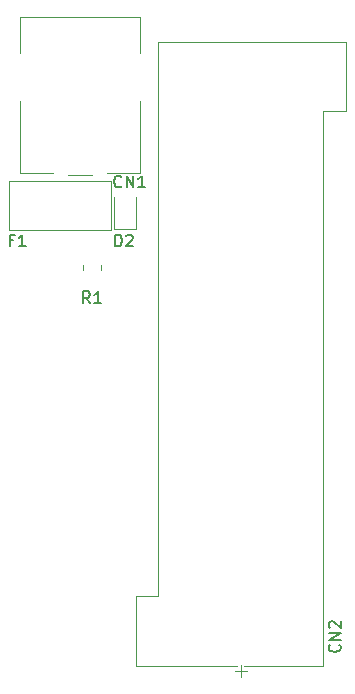
<source format=gbr>
%TF.GenerationSoftware,KiCad,Pcbnew,9.0.2*%
%TF.CreationDate,2025-06-25T22:40:44-04:00*%
%TF.ProjectId,NK_BMS,4e4b5f42-4d53-42e6-9b69-6361645f7063,rev?*%
%TF.SameCoordinates,Original*%
%TF.FileFunction,Legend,Top*%
%TF.FilePolarity,Positive*%
%FSLAX46Y46*%
G04 Gerber Fmt 4.6, Leading zero omitted, Abs format (unit mm)*
G04 Created by KiCad (PCBNEW 9.0.2) date 2025-06-25 22:40:44*
%MOMM*%
%LPD*%
G01*
G04 APERTURE LIST*
%ADD10C,0.150000*%
%ADD11C,0.120000*%
G04 APERTURE END LIST*
D10*
X130461905Y-85354819D02*
X130461905Y-84354819D01*
X130461905Y-84354819D02*
X130700000Y-84354819D01*
X130700000Y-84354819D02*
X130842857Y-84402438D01*
X130842857Y-84402438D02*
X130938095Y-84497676D01*
X130938095Y-84497676D02*
X130985714Y-84592914D01*
X130985714Y-84592914D02*
X131033333Y-84783390D01*
X131033333Y-84783390D02*
X131033333Y-84926247D01*
X131033333Y-84926247D02*
X130985714Y-85116723D01*
X130985714Y-85116723D02*
X130938095Y-85211961D01*
X130938095Y-85211961D02*
X130842857Y-85307200D01*
X130842857Y-85307200D02*
X130700000Y-85354819D01*
X130700000Y-85354819D02*
X130461905Y-85354819D01*
X131414286Y-84450057D02*
X131461905Y-84402438D01*
X131461905Y-84402438D02*
X131557143Y-84354819D01*
X131557143Y-84354819D02*
X131795238Y-84354819D01*
X131795238Y-84354819D02*
X131890476Y-84402438D01*
X131890476Y-84402438D02*
X131938095Y-84450057D01*
X131938095Y-84450057D02*
X131985714Y-84545295D01*
X131985714Y-84545295D02*
X131985714Y-84640533D01*
X131985714Y-84640533D02*
X131938095Y-84783390D01*
X131938095Y-84783390D02*
X131366667Y-85354819D01*
X131366667Y-85354819D02*
X131985714Y-85354819D01*
X121866666Y-84831009D02*
X121533333Y-84831009D01*
X121533333Y-85354819D02*
X121533333Y-84354819D01*
X121533333Y-84354819D02*
X122009523Y-84354819D01*
X122914285Y-85354819D02*
X122342857Y-85354819D01*
X122628571Y-85354819D02*
X122628571Y-84354819D01*
X122628571Y-84354819D02*
X122533333Y-84497676D01*
X122533333Y-84497676D02*
X122438095Y-84592914D01*
X122438095Y-84592914D02*
X122342857Y-84640533D01*
X149459580Y-119072976D02*
X149507200Y-119120595D01*
X149507200Y-119120595D02*
X149554819Y-119263452D01*
X149554819Y-119263452D02*
X149554819Y-119358690D01*
X149554819Y-119358690D02*
X149507200Y-119501547D01*
X149507200Y-119501547D02*
X149411961Y-119596785D01*
X149411961Y-119596785D02*
X149316723Y-119644404D01*
X149316723Y-119644404D02*
X149126247Y-119692023D01*
X149126247Y-119692023D02*
X148983390Y-119692023D01*
X148983390Y-119692023D02*
X148792914Y-119644404D01*
X148792914Y-119644404D02*
X148697676Y-119596785D01*
X148697676Y-119596785D02*
X148602438Y-119501547D01*
X148602438Y-119501547D02*
X148554819Y-119358690D01*
X148554819Y-119358690D02*
X148554819Y-119263452D01*
X148554819Y-119263452D02*
X148602438Y-119120595D01*
X148602438Y-119120595D02*
X148650057Y-119072976D01*
X149554819Y-118644404D02*
X148554819Y-118644404D01*
X148554819Y-118644404D02*
X149554819Y-118072976D01*
X149554819Y-118072976D02*
X148554819Y-118072976D01*
X148650057Y-117644404D02*
X148602438Y-117596785D01*
X148602438Y-117596785D02*
X148554819Y-117501547D01*
X148554819Y-117501547D02*
X148554819Y-117263452D01*
X148554819Y-117263452D02*
X148602438Y-117168214D01*
X148602438Y-117168214D02*
X148650057Y-117120595D01*
X148650057Y-117120595D02*
X148745295Y-117072976D01*
X148745295Y-117072976D02*
X148840533Y-117072976D01*
X148840533Y-117072976D02*
X148983390Y-117120595D01*
X148983390Y-117120595D02*
X149554819Y-117692023D01*
X149554819Y-117692023D02*
X149554819Y-117072976D01*
X131009523Y-80259580D02*
X130961904Y-80307200D01*
X130961904Y-80307200D02*
X130819047Y-80354819D01*
X130819047Y-80354819D02*
X130723809Y-80354819D01*
X130723809Y-80354819D02*
X130580952Y-80307200D01*
X130580952Y-80307200D02*
X130485714Y-80211961D01*
X130485714Y-80211961D02*
X130438095Y-80116723D01*
X130438095Y-80116723D02*
X130390476Y-79926247D01*
X130390476Y-79926247D02*
X130390476Y-79783390D01*
X130390476Y-79783390D02*
X130438095Y-79592914D01*
X130438095Y-79592914D02*
X130485714Y-79497676D01*
X130485714Y-79497676D02*
X130580952Y-79402438D01*
X130580952Y-79402438D02*
X130723809Y-79354819D01*
X130723809Y-79354819D02*
X130819047Y-79354819D01*
X130819047Y-79354819D02*
X130961904Y-79402438D01*
X130961904Y-79402438D02*
X131009523Y-79450057D01*
X131438095Y-80354819D02*
X131438095Y-79354819D01*
X131438095Y-79354819D02*
X132009523Y-80354819D01*
X132009523Y-80354819D02*
X132009523Y-79354819D01*
X133009523Y-80354819D02*
X132438095Y-80354819D01*
X132723809Y-80354819D02*
X132723809Y-79354819D01*
X132723809Y-79354819D02*
X132628571Y-79497676D01*
X132628571Y-79497676D02*
X132533333Y-79592914D01*
X132533333Y-79592914D02*
X132438095Y-79640533D01*
X128333333Y-90154819D02*
X128000000Y-89678628D01*
X127761905Y-90154819D02*
X127761905Y-89154819D01*
X127761905Y-89154819D02*
X128142857Y-89154819D01*
X128142857Y-89154819D02*
X128238095Y-89202438D01*
X128238095Y-89202438D02*
X128285714Y-89250057D01*
X128285714Y-89250057D02*
X128333333Y-89345295D01*
X128333333Y-89345295D02*
X128333333Y-89488152D01*
X128333333Y-89488152D02*
X128285714Y-89583390D01*
X128285714Y-89583390D02*
X128238095Y-89631009D01*
X128238095Y-89631009D02*
X128142857Y-89678628D01*
X128142857Y-89678628D02*
X127761905Y-89678628D01*
X129285714Y-90154819D02*
X128714286Y-90154819D01*
X129000000Y-90154819D02*
X129000000Y-89154819D01*
X129000000Y-89154819D02*
X128904762Y-89297676D01*
X128904762Y-89297676D02*
X128809524Y-89392914D01*
X128809524Y-89392914D02*
X128714286Y-89440533D01*
D11*
%TO.C,D2*%
X132260000Y-83885000D02*
X132260000Y-81200000D01*
X130340000Y-83885000D02*
X132260000Y-83885000D01*
X130340000Y-81200000D02*
X130340000Y-83885000D01*
%TO.C,F1*%
X121500000Y-79850000D02*
X121500000Y-83950000D01*
X121500000Y-79850000D02*
X130100000Y-79850000D01*
X121500000Y-83950000D02*
X130100000Y-83950000D01*
X130100000Y-79850000D02*
X130100000Y-83950000D01*
%TO.C,CN2*%
X132200000Y-114952500D02*
X132200000Y-120832500D01*
X132200000Y-114952500D02*
X134100000Y-114952500D01*
X134100000Y-68032500D02*
X134100000Y-114952500D01*
X134100000Y-68032500D02*
X150000000Y-68032500D01*
X140600000Y-121282500D02*
X141600000Y-121282500D01*
X140800000Y-120832500D02*
X132200000Y-120832500D01*
X141100000Y-120782500D02*
X141100000Y-121782500D01*
X148100000Y-120832500D02*
X141400000Y-120832500D01*
X148100000Y-120832500D02*
X148100000Y-73912500D01*
X150000000Y-73912500D02*
X148100000Y-73912500D01*
X150000000Y-73912500D02*
X150000000Y-68032500D01*
%TO.C,CN1*%
X122390000Y-65890000D02*
X132610000Y-65890000D01*
X122390000Y-68950000D02*
X122390000Y-65890000D01*
X122390000Y-79110000D02*
X122390000Y-73050000D01*
X125200000Y-79110000D02*
X122390000Y-79110000D01*
X128500000Y-79300000D02*
X126500000Y-79300000D01*
X132610000Y-65890000D02*
X132610000Y-68950000D01*
X132610000Y-73050000D02*
X132610000Y-79110000D01*
X132610000Y-79110000D02*
X129800000Y-79110000D01*
%TO.C,R1*%
X127765000Y-86922936D02*
X127765000Y-87377064D01*
X129235000Y-86922936D02*
X129235000Y-87377064D01*
%TD*%
M02*

</source>
